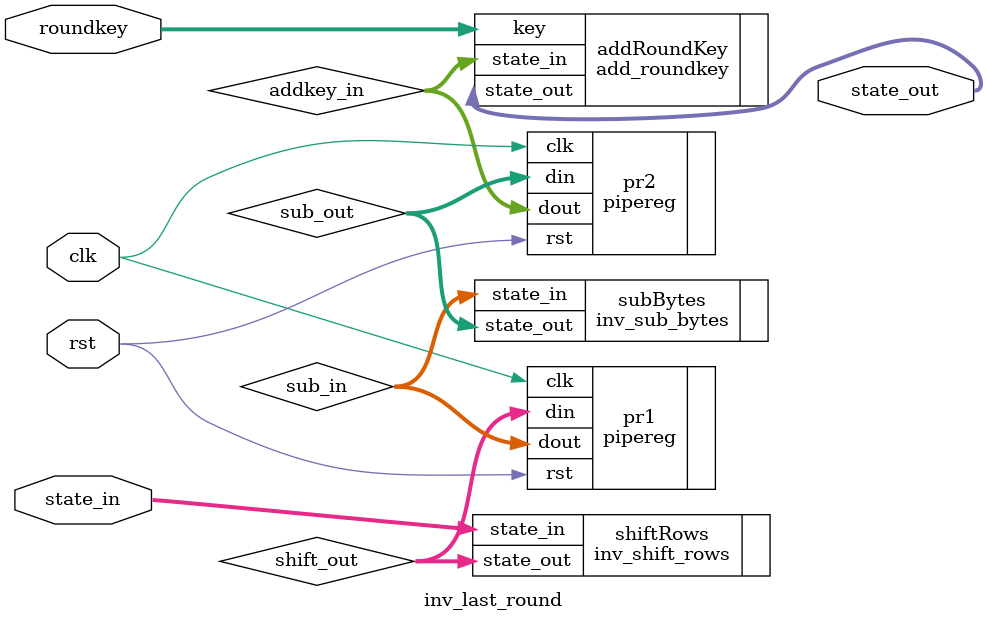
<source format=v>



module inv_last_round (/*AUTOARG*/
   // Outputs
   state_out,
   // Inputs
   state_in, roundkey, clk, rst
   );

input [0:127] state_in, roundkey;
 
input      clk, rst;
   
output [0:127] state_out;

wire [0:127] sub_out, sub_in, shift_out,
	     addkey_in;

inv_shift_rows shiftRows(.state_in(state_in), .state_out(shift_out));

pipereg pr1 (.din(shift_out), .dout(sub_in), .clk(clk), .rst(rst));


inv_sub_bytes subBytes (.state_in(sub_in), .state_out(sub_out));

pipereg pr2 (.din(sub_out), .dout(addkey_in), .clk(clk), .rst(rst)); 


add_roundkey addRoundKey(.state_in(addkey_in), .state_out(state_out), .key(roundkey));



endmodule


</source>
